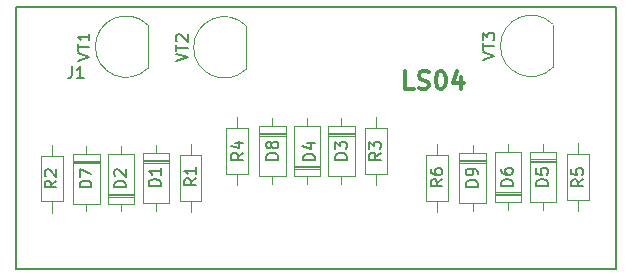
<source format=gbr>
G04 #@! TF.GenerationSoftware,KiCad,Pcbnew,(5.0.0)*
G04 #@! TF.CreationDate,2019-01-17T16:23:05+00:00*
G04 #@! TF.ProjectId,LS04,4C5330342E6B696361645F7063620000,rev?*
G04 #@! TF.SameCoordinates,Original*
G04 #@! TF.FileFunction,Legend,Top*
G04 #@! TF.FilePolarity,Positive*
%FSLAX46Y46*%
G04 Gerber Fmt 4.6, Leading zero omitted, Abs format (unit mm)*
G04 Created by KiCad (PCBNEW (5.0.0)) date 01/17/19 16:23:05*
%MOMM*%
%LPD*%
G01*
G04 APERTURE LIST*
%ADD10C,0.300000*%
%ADD11C,0.120000*%
%ADD12C,0.150000*%
G04 APERTURE END LIST*
D10*
X164945428Y-21125571D02*
X164231142Y-21125571D01*
X164231142Y-19625571D01*
X165374000Y-21054142D02*
X165588285Y-21125571D01*
X165945428Y-21125571D01*
X166088285Y-21054142D01*
X166159714Y-20982714D01*
X166231142Y-20839857D01*
X166231142Y-20697000D01*
X166159714Y-20554142D01*
X166088285Y-20482714D01*
X165945428Y-20411285D01*
X165659714Y-20339857D01*
X165516857Y-20268428D01*
X165445428Y-20197000D01*
X165374000Y-20054142D01*
X165374000Y-19911285D01*
X165445428Y-19768428D01*
X165516857Y-19697000D01*
X165659714Y-19625571D01*
X166016857Y-19625571D01*
X166231142Y-19697000D01*
X167159714Y-19625571D02*
X167302571Y-19625571D01*
X167445428Y-19697000D01*
X167516857Y-19768428D01*
X167588285Y-19911285D01*
X167659714Y-20197000D01*
X167659714Y-20554142D01*
X167588285Y-20839857D01*
X167516857Y-20982714D01*
X167445428Y-21054142D01*
X167302571Y-21125571D01*
X167159714Y-21125571D01*
X167016857Y-21054142D01*
X166945428Y-20982714D01*
X166874000Y-20839857D01*
X166802571Y-20554142D01*
X166802571Y-20197000D01*
X166874000Y-19911285D01*
X166945428Y-19768428D01*
X167016857Y-19697000D01*
X167159714Y-19625571D01*
X168945428Y-20125571D02*
X168945428Y-21125571D01*
X168588285Y-19554142D02*
X168231142Y-20625571D01*
X169159714Y-20625571D01*
D11*
G04 #@! TO.C,D1*
X144249000Y-27118500D02*
X142009000Y-27118500D01*
X144249000Y-27358500D02*
X142009000Y-27358500D01*
X144249000Y-27238500D02*
X142009000Y-27238500D01*
X143129000Y-31408500D02*
X143129000Y-30758500D01*
X143129000Y-25868500D02*
X143129000Y-26518500D01*
X144249000Y-30758500D02*
X144249000Y-26518500D01*
X142009000Y-30758500D02*
X144249000Y-30758500D01*
X142009000Y-26518500D02*
X142009000Y-30758500D01*
X144249000Y-26518500D02*
X142009000Y-26518500D01*
G04 #@! TO.C,D2*
X139024000Y-30822000D02*
X141264000Y-30822000D01*
X141264000Y-30822000D02*
X141264000Y-26582000D01*
X141264000Y-26582000D02*
X139024000Y-26582000D01*
X139024000Y-26582000D02*
X139024000Y-30822000D01*
X140144000Y-31472000D02*
X140144000Y-30822000D01*
X140144000Y-25932000D02*
X140144000Y-26582000D01*
X139024000Y-30102000D02*
X141264000Y-30102000D01*
X139024000Y-29982000D02*
X141264000Y-29982000D01*
X139024000Y-30222000D02*
X141264000Y-30222000D01*
G04 #@! TO.C,D3*
X159934000Y-24832500D02*
X157694000Y-24832500D01*
X159934000Y-25072500D02*
X157694000Y-25072500D01*
X159934000Y-24952500D02*
X157694000Y-24952500D01*
X158814000Y-29122500D02*
X158814000Y-28472500D01*
X158814000Y-23582500D02*
X158814000Y-24232500D01*
X159934000Y-28472500D02*
X159934000Y-24232500D01*
X157694000Y-28472500D02*
X159934000Y-28472500D01*
X157694000Y-24232500D02*
X157694000Y-28472500D01*
X159934000Y-24232500D02*
X157694000Y-24232500D01*
G04 #@! TO.C,D4*
X154772000Y-27872500D02*
X157012000Y-27872500D01*
X154772000Y-27632500D02*
X157012000Y-27632500D01*
X154772000Y-27752500D02*
X157012000Y-27752500D01*
X155892000Y-23582500D02*
X155892000Y-24232500D01*
X155892000Y-29122500D02*
X155892000Y-28472500D01*
X154772000Y-24232500D02*
X154772000Y-28472500D01*
X157012000Y-24232500D02*
X154772000Y-24232500D01*
X157012000Y-28472500D02*
X157012000Y-24232500D01*
X154772000Y-28472500D02*
X157012000Y-28472500D01*
G04 #@! TO.C,D5*
X177015000Y-26455000D02*
X174775000Y-26455000D01*
X174775000Y-26455000D02*
X174775000Y-30695000D01*
X174775000Y-30695000D02*
X177015000Y-30695000D01*
X177015000Y-30695000D02*
X177015000Y-26455000D01*
X175895000Y-25805000D02*
X175895000Y-26455000D01*
X175895000Y-31345000D02*
X175895000Y-30695000D01*
X177015000Y-27175000D02*
X174775000Y-27175000D01*
X177015000Y-27295000D02*
X174775000Y-27295000D01*
X177015000Y-27055000D02*
X174775000Y-27055000D01*
G04 #@! TO.C,D6*
X171790000Y-30095000D02*
X174030000Y-30095000D01*
X171790000Y-29855000D02*
X174030000Y-29855000D01*
X171790000Y-29975000D02*
X174030000Y-29975000D01*
X172910000Y-25805000D02*
X172910000Y-26455000D01*
X172910000Y-31345000D02*
X172910000Y-30695000D01*
X171790000Y-26455000D02*
X171790000Y-30695000D01*
X174030000Y-26455000D02*
X171790000Y-26455000D01*
X174030000Y-30695000D02*
X174030000Y-26455000D01*
X171790000Y-30695000D02*
X174030000Y-30695000D01*
G04 #@! TO.C,D7*
X138344000Y-27182000D02*
X136104000Y-27182000D01*
X138344000Y-27422000D02*
X136104000Y-27422000D01*
X138344000Y-27302000D02*
X136104000Y-27302000D01*
X137224000Y-31472000D02*
X137224000Y-30822000D01*
X137224000Y-25932000D02*
X137224000Y-26582000D01*
X138344000Y-30822000D02*
X138344000Y-26582000D01*
X136104000Y-30822000D02*
X138344000Y-30822000D01*
X136104000Y-26582000D02*
X136104000Y-30822000D01*
X138344000Y-26582000D02*
X136104000Y-26582000D01*
G04 #@! TO.C,D8*
X154092000Y-24232500D02*
X151852000Y-24232500D01*
X151852000Y-24232500D02*
X151852000Y-28472500D01*
X151852000Y-28472500D02*
X154092000Y-28472500D01*
X154092000Y-28472500D02*
X154092000Y-24232500D01*
X152972000Y-23582500D02*
X152972000Y-24232500D01*
X152972000Y-29122500D02*
X152972000Y-28472500D01*
X154092000Y-24952500D02*
X151852000Y-24952500D01*
X154092000Y-25072500D02*
X151852000Y-25072500D01*
X154092000Y-24832500D02*
X151852000Y-24832500D01*
G04 #@! TO.C,D9*
X171046000Y-26518500D02*
X168806000Y-26518500D01*
X168806000Y-26518500D02*
X168806000Y-30758500D01*
X168806000Y-30758500D02*
X171046000Y-30758500D01*
X171046000Y-30758500D02*
X171046000Y-26518500D01*
X169926000Y-25868500D02*
X169926000Y-26518500D01*
X169926000Y-31408500D02*
X169926000Y-30758500D01*
X171046000Y-27238500D02*
X168806000Y-27238500D01*
X171046000Y-27358500D02*
X168806000Y-27358500D01*
X171046000Y-27118500D02*
X168806000Y-27118500D01*
D12*
G04 #@! TO.C,J1*
X131266000Y-14172000D02*
X182066000Y-14172000D01*
X182066000Y-14172000D02*
X182066000Y-36397000D01*
X182066000Y-36397000D02*
X131266000Y-36397000D01*
X131266000Y-36397000D02*
X131266000Y-14172000D01*
D11*
G04 #@! TO.C,R1*
X146050000Y-31508500D02*
X146050000Y-30558500D01*
X146050000Y-25768500D02*
X146050000Y-26718500D01*
X146970000Y-30558500D02*
X146970000Y-26718500D01*
X145130000Y-30558500D02*
X146970000Y-30558500D01*
X145130000Y-26718500D02*
X145130000Y-30558500D01*
X146970000Y-26718500D02*
X145130000Y-26718500D01*
G04 #@! TO.C,R2*
X135222000Y-26782000D02*
X133382000Y-26782000D01*
X133382000Y-26782000D02*
X133382000Y-30622000D01*
X133382000Y-30622000D02*
X135222000Y-30622000D01*
X135222000Y-30622000D02*
X135222000Y-26782000D01*
X134302000Y-25832000D02*
X134302000Y-26782000D01*
X134302000Y-31572000D02*
X134302000Y-30622000D01*
G04 #@! TO.C,R3*
X162654000Y-24432500D02*
X160814000Y-24432500D01*
X160814000Y-24432500D02*
X160814000Y-28272500D01*
X160814000Y-28272500D02*
X162654000Y-28272500D01*
X162654000Y-28272500D02*
X162654000Y-24432500D01*
X161734000Y-23482500D02*
X161734000Y-24432500D01*
X161734000Y-29222500D02*
X161734000Y-28272500D01*
G04 #@! TO.C,R4*
X149987000Y-29222500D02*
X149987000Y-28272500D01*
X149987000Y-23482500D02*
X149987000Y-24432500D01*
X150907000Y-28272500D02*
X150907000Y-24432500D01*
X149067000Y-28272500D02*
X150907000Y-28272500D01*
X149067000Y-24432500D02*
X149067000Y-28272500D01*
X150907000Y-24432500D02*
X149067000Y-24432500D01*
G04 #@! TO.C,R5*
X179800000Y-26655000D02*
X177960000Y-26655000D01*
X177960000Y-26655000D02*
X177960000Y-30495000D01*
X177960000Y-30495000D02*
X179800000Y-30495000D01*
X179800000Y-30495000D02*
X179800000Y-26655000D01*
X178880000Y-25705000D02*
X178880000Y-26655000D01*
X178880000Y-31445000D02*
X178880000Y-30495000D01*
G04 #@! TO.C,R6*
X166942000Y-31508500D02*
X166942000Y-30558500D01*
X166942000Y-25768500D02*
X166942000Y-26718500D01*
X167862000Y-30558500D02*
X167862000Y-26718500D01*
X166022000Y-30558500D02*
X167862000Y-30558500D01*
X166022000Y-26718500D02*
X166022000Y-30558500D01*
X167862000Y-26718500D02*
X166022000Y-26718500D01*
G04 #@! TO.C,VT1*
X142439000Y-19326000D02*
X142439000Y-15726000D01*
X142427478Y-19364478D02*
G75*
G02X137989000Y-17526000I-1838478J1838478D01*
G01*
X142427478Y-15687522D02*
G75*
G03X137989000Y-17526000I-1838478J-1838478D01*
G01*
G04 #@! TO.C,VT2*
X150746478Y-15751022D02*
G75*
G03X146308000Y-17589500I-1838478J-1838478D01*
G01*
X150746478Y-19427978D02*
G75*
G02X146308000Y-17589500I-1838478J1838478D01*
G01*
X150758000Y-19389500D02*
X150758000Y-15789500D01*
G04 #@! TO.C,VT3*
X176717478Y-15624022D02*
G75*
G03X172279000Y-17462500I-1838478J-1838478D01*
G01*
X176717478Y-19300978D02*
G75*
G02X172279000Y-17462500I-1838478J1838478D01*
G01*
X176729000Y-19262500D02*
X176729000Y-15662500D01*
G04 #@! TO.C,D1*
D12*
X143507381Y-29317594D02*
X142507381Y-29317594D01*
X142507381Y-29079499D01*
X142555001Y-28936641D01*
X142650239Y-28841403D01*
X142745477Y-28793784D01*
X142935953Y-28746165D01*
X143078810Y-28746165D01*
X143269286Y-28793784D01*
X143364524Y-28841403D01*
X143459762Y-28936641D01*
X143507381Y-29079499D01*
X143507381Y-29317594D01*
X143507381Y-27793784D02*
X143507381Y-28365213D01*
X143507381Y-28079499D02*
X142507381Y-28079499D01*
X142650239Y-28174737D01*
X142745477Y-28269975D01*
X142793096Y-28365213D01*
G04 #@! TO.C,D2*
X140573379Y-29440095D02*
X139573379Y-29440095D01*
X139573379Y-29202000D01*
X139620999Y-29059142D01*
X139716237Y-28963904D01*
X139811475Y-28916285D01*
X140001951Y-28868666D01*
X140144808Y-28868666D01*
X140335284Y-28916285D01*
X140430522Y-28963904D01*
X140525760Y-29059142D01*
X140573379Y-29202000D01*
X140573379Y-29440095D01*
X139668618Y-28487714D02*
X139620999Y-28440095D01*
X139573379Y-28344857D01*
X139573379Y-28106761D01*
X139620999Y-28011523D01*
X139668618Y-27963904D01*
X139763856Y-27916285D01*
X139859094Y-27916285D01*
X140001951Y-27963904D01*
X140573379Y-28535333D01*
X140573379Y-27916285D01*
G04 #@! TO.C,D3*
X159289381Y-27090595D02*
X158289381Y-27090595D01*
X158289381Y-26852500D01*
X158337001Y-26709642D01*
X158432239Y-26614404D01*
X158527477Y-26566785D01*
X158717953Y-26519166D01*
X158860810Y-26519166D01*
X159051286Y-26566785D01*
X159146524Y-26614404D01*
X159241762Y-26709642D01*
X159289381Y-26852500D01*
X159289381Y-27090595D01*
X158289381Y-26185833D02*
X158289381Y-25566785D01*
X158670334Y-25900119D01*
X158670334Y-25757261D01*
X158717953Y-25662023D01*
X158765572Y-25614404D01*
X158860810Y-25566785D01*
X159098905Y-25566785D01*
X159194143Y-25614404D01*
X159241762Y-25662023D01*
X159289381Y-25757261D01*
X159289381Y-26042976D01*
X159241762Y-26138214D01*
X159194143Y-26185833D01*
G04 #@! TO.C,D4*
X156565379Y-27149596D02*
X155565379Y-27149596D01*
X155565379Y-26911501D01*
X155612999Y-26768643D01*
X155708237Y-26673405D01*
X155803475Y-26625786D01*
X155993951Y-26578167D01*
X156136808Y-26578167D01*
X156327284Y-26625786D01*
X156422522Y-26673405D01*
X156517760Y-26768643D01*
X156565379Y-26911501D01*
X156565379Y-27149596D01*
X155898713Y-25721024D02*
X156565379Y-25721024D01*
X155517760Y-25959120D02*
X156232046Y-26197215D01*
X156232046Y-25578167D01*
G04 #@! TO.C,D5*
X176316881Y-29313095D02*
X175316881Y-29313095D01*
X175316881Y-29075000D01*
X175364501Y-28932142D01*
X175459739Y-28836904D01*
X175554977Y-28789285D01*
X175745453Y-28741666D01*
X175888310Y-28741666D01*
X176078786Y-28789285D01*
X176174024Y-28836904D01*
X176269262Y-28932142D01*
X176316881Y-29075000D01*
X176316881Y-29313095D01*
X175316881Y-27836904D02*
X175316881Y-28313095D01*
X175793072Y-28360714D01*
X175745453Y-28313095D01*
X175697834Y-28217857D01*
X175697834Y-27979761D01*
X175745453Y-27884523D01*
X175793072Y-27836904D01*
X175888310Y-27789285D01*
X176126405Y-27789285D01*
X176221643Y-27836904D01*
X176269262Y-27884523D01*
X176316881Y-27979761D01*
X176316881Y-28217857D01*
X176269262Y-28313095D01*
X176221643Y-28360714D01*
G04 #@! TO.C,D6*
X173329379Y-29313095D02*
X172329379Y-29313095D01*
X172329379Y-29075000D01*
X172376999Y-28932142D01*
X172472237Y-28836904D01*
X172567475Y-28789285D01*
X172757951Y-28741666D01*
X172900808Y-28741666D01*
X173091284Y-28789285D01*
X173186522Y-28836904D01*
X173281760Y-28932142D01*
X173329379Y-29075000D01*
X173329379Y-29313095D01*
X172329379Y-27884523D02*
X172329379Y-28075000D01*
X172376999Y-28170238D01*
X172424618Y-28217857D01*
X172567475Y-28313095D01*
X172757951Y-28360714D01*
X173138903Y-28360714D01*
X173234141Y-28313095D01*
X173281760Y-28265476D01*
X173329379Y-28170238D01*
X173329379Y-27979761D01*
X173281760Y-27884523D01*
X173234141Y-27836904D01*
X173138903Y-27789285D01*
X172900808Y-27789285D01*
X172805570Y-27836904D01*
X172757951Y-27884523D01*
X172710332Y-27979761D01*
X172710332Y-28170238D01*
X172757951Y-28265476D01*
X172805570Y-28313095D01*
X172900808Y-28360714D01*
G04 #@! TO.C,D7*
X137655881Y-29440095D02*
X136655881Y-29440095D01*
X136655881Y-29202000D01*
X136703501Y-29059142D01*
X136798739Y-28963904D01*
X136893977Y-28916285D01*
X137084453Y-28868666D01*
X137227310Y-28868666D01*
X137417786Y-28916285D01*
X137513024Y-28963904D01*
X137608262Y-29059142D01*
X137655881Y-29202000D01*
X137655881Y-29440095D01*
X136655881Y-28535333D02*
X136655881Y-27868666D01*
X137655881Y-28297238D01*
G04 #@! TO.C,D8*
X153467381Y-27090595D02*
X152467381Y-27090595D01*
X152467381Y-26852500D01*
X152515001Y-26709642D01*
X152610239Y-26614404D01*
X152705477Y-26566785D01*
X152895953Y-26519166D01*
X153038810Y-26519166D01*
X153229286Y-26566785D01*
X153324524Y-26614404D01*
X153419762Y-26709642D01*
X153467381Y-26852500D01*
X153467381Y-27090595D01*
X152895953Y-25947738D02*
X152848334Y-26042976D01*
X152800715Y-26090595D01*
X152705477Y-26138214D01*
X152657858Y-26138214D01*
X152562620Y-26090595D01*
X152515001Y-26042976D01*
X152467381Y-25947738D01*
X152467381Y-25757261D01*
X152515001Y-25662023D01*
X152562620Y-25614404D01*
X152657858Y-25566785D01*
X152705477Y-25566785D01*
X152800715Y-25614404D01*
X152848334Y-25662023D01*
X152895953Y-25757261D01*
X152895953Y-25947738D01*
X152943572Y-26042976D01*
X152991191Y-26090595D01*
X153086429Y-26138214D01*
X153276905Y-26138214D01*
X153372143Y-26090595D01*
X153419762Y-26042976D01*
X153467381Y-25947738D01*
X153467381Y-25757261D01*
X153419762Y-25662023D01*
X153372143Y-25614404D01*
X153276905Y-25566785D01*
X153086429Y-25566785D01*
X152991191Y-25614404D01*
X152943572Y-25662023D01*
X152895953Y-25757261D01*
G04 #@! TO.C,D9*
X170357881Y-29376595D02*
X169357881Y-29376595D01*
X169357881Y-29138500D01*
X169405501Y-28995642D01*
X169500739Y-28900404D01*
X169595977Y-28852785D01*
X169786453Y-28805166D01*
X169929310Y-28805166D01*
X170119786Y-28852785D01*
X170215024Y-28900404D01*
X170310262Y-28995642D01*
X170357881Y-29138500D01*
X170357881Y-29376595D01*
X170357881Y-28328976D02*
X170357881Y-28138500D01*
X170310262Y-28043261D01*
X170262643Y-27995642D01*
X170119786Y-27900404D01*
X169929310Y-27852785D01*
X169548358Y-27852785D01*
X169453120Y-27900404D01*
X169405501Y-27948023D01*
X169357881Y-28043261D01*
X169357881Y-28233738D01*
X169405501Y-28328976D01*
X169453120Y-28376595D01*
X169548358Y-28424214D01*
X169786453Y-28424214D01*
X169881691Y-28376595D01*
X169929310Y-28328976D01*
X169976929Y-28233738D01*
X169976929Y-28043261D01*
X169929310Y-27948023D01*
X169881691Y-27900404D01*
X169786453Y-27852785D01*
G04 #@! TO.C,J1*
X136012666Y-19204380D02*
X136012666Y-19918666D01*
X135965047Y-20061523D01*
X135869809Y-20156761D01*
X135726952Y-20204380D01*
X135631714Y-20204380D01*
X137012666Y-20204380D02*
X136441238Y-20204380D01*
X136726952Y-20204380D02*
X136726952Y-19204380D01*
X136631714Y-19347238D01*
X136536476Y-19442476D01*
X136441238Y-19490095D01*
G04 #@! TO.C,R1*
X146525381Y-28682665D02*
X146049191Y-29015999D01*
X146525381Y-29254094D02*
X145525381Y-29254094D01*
X145525381Y-28873141D01*
X145573001Y-28777903D01*
X145620620Y-28730284D01*
X145715858Y-28682665D01*
X145858715Y-28682665D01*
X145953953Y-28730284D01*
X146001572Y-28777903D01*
X146049191Y-28873141D01*
X146049191Y-29254094D01*
X146525381Y-27730284D02*
X146525381Y-28301713D01*
X146525381Y-28015999D02*
X145525381Y-28015999D01*
X145668239Y-28111237D01*
X145763477Y-28206475D01*
X145811096Y-28301713D01*
G04 #@! TO.C,R2*
X134690880Y-28868666D02*
X134214690Y-29202000D01*
X134690880Y-29440095D02*
X133690880Y-29440095D01*
X133690880Y-29059142D01*
X133738500Y-28963904D01*
X133786119Y-28916285D01*
X133881357Y-28868666D01*
X134024214Y-28868666D01*
X134119452Y-28916285D01*
X134167071Y-28963904D01*
X134214690Y-29059142D01*
X134214690Y-29440095D01*
X133786119Y-28487714D02*
X133738500Y-28440095D01*
X133690880Y-28344857D01*
X133690880Y-28106761D01*
X133738500Y-28011523D01*
X133786119Y-27963904D01*
X133881357Y-27916285D01*
X133976595Y-27916285D01*
X134119452Y-27963904D01*
X134690880Y-28535333D01*
X134690880Y-27916285D01*
G04 #@! TO.C,R3*
X162175881Y-26519166D02*
X161699691Y-26852500D01*
X162175881Y-27090595D02*
X161175881Y-27090595D01*
X161175881Y-26709642D01*
X161223501Y-26614404D01*
X161271120Y-26566785D01*
X161366358Y-26519166D01*
X161509215Y-26519166D01*
X161604453Y-26566785D01*
X161652072Y-26614404D01*
X161699691Y-26709642D01*
X161699691Y-27090595D01*
X161175881Y-26185833D02*
X161175881Y-25566785D01*
X161556834Y-25900119D01*
X161556834Y-25757261D01*
X161604453Y-25662023D01*
X161652072Y-25614404D01*
X161747310Y-25566785D01*
X161985405Y-25566785D01*
X162080643Y-25614404D01*
X162128262Y-25662023D01*
X162175881Y-25757261D01*
X162175881Y-26042976D01*
X162128262Y-26138214D01*
X162080643Y-26185833D01*
G04 #@! TO.C,R4*
X150502880Y-26519166D02*
X150026690Y-26852500D01*
X150502880Y-27090595D02*
X149502880Y-27090595D01*
X149502880Y-26709642D01*
X149550500Y-26614404D01*
X149598119Y-26566785D01*
X149693357Y-26519166D01*
X149836214Y-26519166D01*
X149931452Y-26566785D01*
X149979071Y-26614404D01*
X150026690Y-26709642D01*
X150026690Y-27090595D01*
X149836214Y-25662023D02*
X150502880Y-25662023D01*
X149455261Y-25900119D02*
X150169547Y-26138214D01*
X150169547Y-25519166D01*
G04 #@! TO.C,R5*
X179301881Y-28773165D02*
X178825691Y-29106499D01*
X179301881Y-29344594D02*
X178301881Y-29344594D01*
X178301881Y-28963641D01*
X178349501Y-28868403D01*
X178397120Y-28820784D01*
X178492358Y-28773165D01*
X178635215Y-28773165D01*
X178730453Y-28820784D01*
X178778072Y-28868403D01*
X178825691Y-28963641D01*
X178825691Y-29344594D01*
X178301881Y-27868403D02*
X178301881Y-28344594D01*
X178778072Y-28392213D01*
X178730453Y-28344594D01*
X178682834Y-28249356D01*
X178682834Y-28011260D01*
X178730453Y-27916022D01*
X178778072Y-27868403D01*
X178873310Y-27820784D01*
X179111405Y-27820784D01*
X179206643Y-27868403D01*
X179254262Y-27916022D01*
X179301881Y-28011260D01*
X179301881Y-28249356D01*
X179254262Y-28344594D01*
X179206643Y-28392213D01*
G04 #@! TO.C,R6*
X167373881Y-28773165D02*
X166897691Y-29106499D01*
X167373881Y-29344594D02*
X166373881Y-29344594D01*
X166373881Y-28963641D01*
X166421501Y-28868403D01*
X166469120Y-28820784D01*
X166564358Y-28773165D01*
X166707215Y-28773165D01*
X166802453Y-28820784D01*
X166850072Y-28868403D01*
X166897691Y-28963641D01*
X166897691Y-29344594D01*
X166373881Y-27916022D02*
X166373881Y-28106499D01*
X166421501Y-28201737D01*
X166469120Y-28249356D01*
X166611977Y-28344594D01*
X166802453Y-28392213D01*
X167183405Y-28392213D01*
X167278643Y-28344594D01*
X167326262Y-28296975D01*
X167373881Y-28201737D01*
X167373881Y-28011260D01*
X167326262Y-27916022D01*
X167278643Y-27868403D01*
X167183405Y-27820784D01*
X166945310Y-27820784D01*
X166850072Y-27868403D01*
X166802453Y-27916022D01*
X166754834Y-28011260D01*
X166754834Y-28201737D01*
X166802453Y-28296975D01*
X166850072Y-28344594D01*
X166945310Y-28392213D01*
G04 #@! TO.C,VT1*
X136481380Y-18716476D02*
X137481380Y-18383142D01*
X136481380Y-18049809D01*
X136481380Y-17859333D02*
X136481380Y-17287904D01*
X137481380Y-17573619D02*
X136481380Y-17573619D01*
X137481380Y-16430761D02*
X137481380Y-17002190D01*
X137481380Y-16716476D02*
X136481380Y-16716476D01*
X136624238Y-16811714D01*
X136719476Y-16906952D01*
X136767095Y-17002190D01*
G04 #@! TO.C,VT2*
X144800380Y-18779976D02*
X145800380Y-18446642D01*
X144800380Y-18113309D01*
X144800380Y-17922833D02*
X144800380Y-17351404D01*
X145800380Y-17637119D02*
X144800380Y-17637119D01*
X144895619Y-17065690D02*
X144848000Y-17018071D01*
X144800380Y-16922833D01*
X144800380Y-16684738D01*
X144848000Y-16589500D01*
X144895619Y-16541880D01*
X144990857Y-16494261D01*
X145086095Y-16494261D01*
X145228952Y-16541880D01*
X145800380Y-17113309D01*
X145800380Y-16494261D01*
G04 #@! TO.C,VT3*
X170771380Y-18652976D02*
X171771380Y-18319642D01*
X170771380Y-17986309D01*
X170771380Y-17795833D02*
X170771380Y-17224404D01*
X171771380Y-17510119D02*
X170771380Y-17510119D01*
X170771380Y-16986309D02*
X170771380Y-16367261D01*
X171152333Y-16700595D01*
X171152333Y-16557738D01*
X171199952Y-16462500D01*
X171247571Y-16414880D01*
X171342809Y-16367261D01*
X171580904Y-16367261D01*
X171676142Y-16414880D01*
X171723761Y-16462500D01*
X171771380Y-16557738D01*
X171771380Y-16843452D01*
X171723761Y-16938690D01*
X171676142Y-16986309D01*
G04 #@! TD*
M02*

</source>
